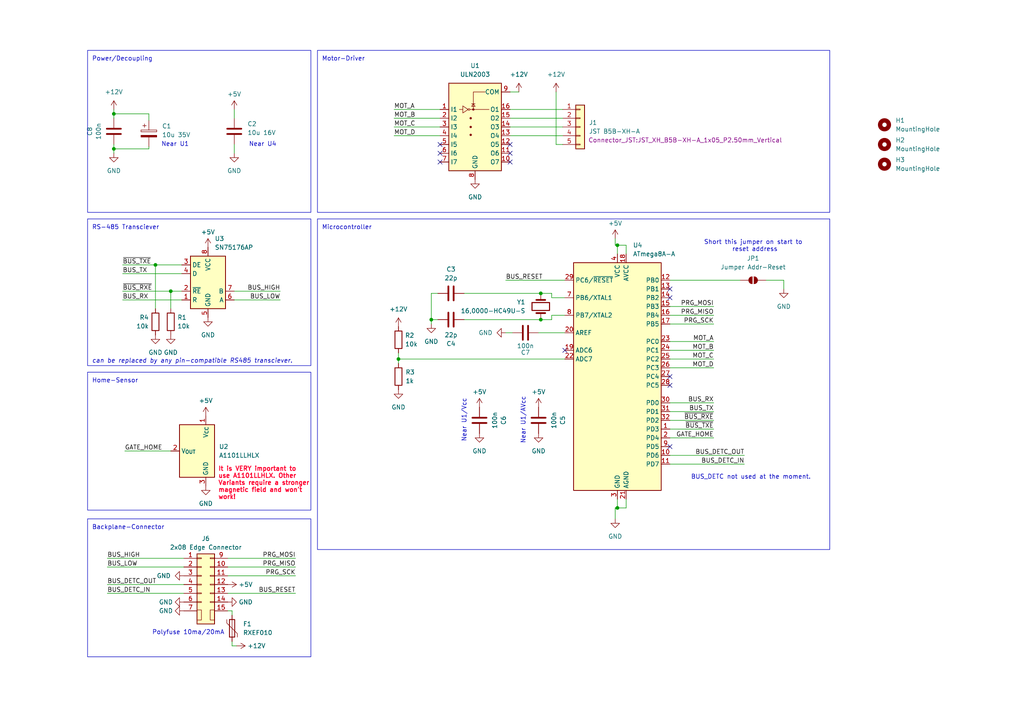
<source format=kicad_sch>
(kicad_sch (version 20250114) (generator "eeschema") (generator_version "9.0")
  (paper "A4")
  (title_block (title "Split-Flap Module Controller ") (date "2025-01-10") (rev "3") (company "Dennis Gunia www.dennisgunia.de") (comment 1 "Rev1 replaced U1 with dip variant"))
  (lib_symbols
    (symbol "Connector_Generic:Conn_01x05" (pin_names (offset 1.016) (hide yes))
      (property "Reference" "J" (at 0 7.62 0))
      (property "Value" "Conn_01x05" (at 0 -7.62 0))
      (symbol "Conn_01x05_1_1"
        (rectangle (start -1.27 6.35) (end 1.27 -6.35) (stroke (width 0.254)) (fill (type background)))
        (rectangle (start -1.27 5.207) (end 0 4.953) (stroke (width 0.1524)))
        (rectangle (start -1.27 2.667) (end 0 2.413) (stroke (width 0.1524)))
        (rectangle (start -1.27 0.127) (end 0 -0.127) (stroke (width 0.1524)))
        (rectangle (start -1.27 -2.413) (end 0 -2.667) (stroke (width 0.1524)))
        (rectangle (start -1.27 -4.953) (end 0 -5.207) (stroke (width 0.1524)))
        (pin passive line (at -5.08 5.08 0) (length 3.81) (name "Pin_1") (number "1"))
        (pin passive line (at -5.08 2.54 0) (length 3.81) (name "Pin_2") (number "2"))
        (pin passive line (at -5.08 0 0) (length 3.81) (name "Pin_3") (number "3"))
        (pin passive line (at -5.08 -2.54 0) (length 3.81) (name "Pin_4") (number "4"))
        (pin passive line (at -5.08 -5.08 0) (length 3.81) (name "Pin_5") (number "5"))
      )
    )
    (symbol "Connector_Generic:Conn_02x08_Top_Bottom" (pin_names (offset 1.016) (hide yes))
      (property "Reference" "J6" (at 1.27 13.335 0))
      (property "Value" "2x08 Edge Connector" (at 1.27 10.795 0))
      (symbol "Conn_02x08_Top_Bottom_1_1"
        (rectangle (start -1.27 8.89) (end 3.81 -11.43) (stroke (width 0.254)) (fill (type background)))
        (rectangle (start -1.27 7.747) (end 0 7.493) (stroke (width 0.1524)))
        (rectangle (start -1.27 5.207) (end 0 4.953) (stroke (width 0.1524)))
        (rectangle (start -1.27 2.667) (end 0 2.413) (stroke (width 0.1524)))
        (rectangle (start -1.27 0.127) (end 0 -0.127) (stroke (width 0.1524)))
        (rectangle (start -1.27 -2.413) (end 0 -2.667) (stroke (width 0.1524)))
        (rectangle (start -1.27 -4.953) (end 0 -5.207) (stroke (width 0.1524)))
        (rectangle (start -1.27 -7.366) (end 0 -10.287) (stroke (width 0.1524)))
        (rectangle (start 2.54 -7.366) (end 3.81 -10.287) (stroke (width 0.1524)))
        (rectangle (start 3.81 7.747) (end 2.54 7.493) (stroke (width 0.1524)))
        (rectangle (start 3.81 5.207) (end 2.54 4.953) (stroke (width 0.1524)))
        (rectangle (start 3.81 2.667) (end 2.54 2.413) (stroke (width 0.1524)))
        (rectangle (start 3.81 0.127) (end 2.54 -0.127) (stroke (width 0.1524)))
        (rectangle (start 3.81 -2.413) (end 2.54 -2.667) (stroke (width 0.1524)))
        (rectangle (start 3.81 -4.953) (end 2.54 -5.207) (stroke (width 0.1524)))
        (pin passive line (at -5.08 7.62 0) (length 3.81) (name "Pin_1") (number "1"))
        (pin passive line (at -5.08 5.08 0) (length 3.81) (name "Pin_2") (number "2"))
        (pin passive line (at -5.08 2.54 0) (length 3.81) (name "Pin_3") (number "3"))
        (pin passive line (at -5.08 0 0) (length 3.81) (name "Pin_4") (number "4"))
        (pin passive line (at -5.08 -2.54 0) (length 3.81) (name "Pin_5") (number "5"))
        (pin passive line (at -5.08 -5.08 0) (length 3.81) (name "Pin_6") (number "6"))
        (pin passive line (at -5.08 -7.62 0) (length 3.81) (name "Pin_7") (number "7"))
        (pin no_connect line (at -5.08 -10.16 0) (length 3.81) (hide yes) (name "Pin_8") (number "8"))
        (pin passive line (at 7.62 7.62 180) (length 3.81) (name "Pin_9") (number "9"))
        (pin passive line (at 7.62 5.08 180) (length 3.81) (name "Pin_10") (number "10"))
        (pin passive line (at 7.62 2.54 180) (length 3.81) (name "Pin_11") (number "11"))
        (pin passive line (at 7.62 0 180) (length 3.81) (name "Pin_12") (number "12"))
        (pin passive line (at 7.62 -2.54 180) (length 3.81) (name "Pin_13") (number "13"))
        (pin passive line (at 7.62 -5.08 180) (length 3.81) (name "Pin_14") (number "14"))
        (pin passive line (at 7.62 -7.62 180) (length 3.81) (name "Pin_15") (number "15"))
        (pin no_connect line (at 7.62 -10.16 180) (length 3.81) (hide yes) (name "Pin_16") (number "16"))
      )
    )
    (symbol "Device:C" (pin_numbers (hide yes)) (pin_names (offset 0.254))
      (property "Reference" "C" (at 0.635 2.54 0))
      (property "Value" "C" (at 0.635 -2.54 0))
      (symbol "C_0_1"
        (polyline (pts (xy -2.032 0.762) (xy 2.032 0.762)) (stroke (width 0.508)))
        (polyline (pts (xy -2.032 -0.762) (xy 2.032 -0.762)) (stroke (width 0.508)))
      )
      (symbol "C_1_1"
        (pin passive line (at 0 3.81 270) (length 2.794) (name "~") (number "1"))
        (pin passive line (at 0 -3.81 90) (length 2.794) (name "~") (number "2"))
      )
    )
    (symbol "Device:C_Polarized" (pin_numbers (hide yes)) (pin_names (offset 0.254))
      (property "Reference" "C" (at 0.635 2.54 0))
      (property "Value" "C_Polarized" (at 0.635 -2.54 0))
      (symbol "C_Polarized_0_1"
        (rectangle (start -2.286 0.508) (end 2.286 1.016))
        (polyline (pts (xy -1.778 2.286) (xy -0.762 2.286)))
        (polyline (pts (xy -1.27 2.794) (xy -1.27 1.778)))
        (rectangle (start 2.286 -0.508) (end -2.286 -1.016) (fill (type outline)))
      )
      (symbol "C_Polarized_1_1"
        (pin passive line (at 0 3.81 270) (length 2.794) (name "~") (number "1"))
        (pin passive line (at 0 -3.81 90) (length 2.794) (name "~") (number "2"))
      )
    )
    (symbol "Device:Crystal" (pin_numbers (hide yes)) (pin_names (offset 1.016) (hide yes))
      (property "Reference" "Y" (at 0 3.81 0))
      (property "Value" "Crystal" (at 0 -3.81 0))
      (symbol "Crystal_0_1"
        (polyline (pts (xy -2.54 0) (xy -1.905 0)))
        (polyline (pts (xy -1.905 -1.27) (xy -1.905 1.27)) (stroke (width 0.508)))
        (rectangle (start -1.143 2.54) (end 1.143 -2.54) (stroke (width 0.3048)))
        (polyline (pts (xy 1.905 -1.27) (xy 1.905 1.27)) (stroke (width 0.508)))
        (polyline (pts (xy 2.54 0) (xy 1.905 0)))
      )
      (symbol "Crystal_1_1"
        (pin passive line (at -3.81 0 0) (length 1.27) (name "1") (number "1"))
        (pin passive line (at 3.81 0 180) (length 1.27) (name "2") (number "2"))
      )
    )
    (symbol "Device:Polyfuse" (pin_numbers (hide yes)) (pin_names (offset 0))
      (property "Reference" "F" (at -2.54 0 90))
      (property "Value" "Polyfuse" (at 2.54 0 90))
      (symbol "Polyfuse_0_1"
        (polyline (pts (xy -1.524 2.54) (xy -1.524 1.524) (xy 1.524 -1.524) (xy 1.524 -2.54)))
        (rectangle (start -0.762 2.54) (end 0.762 -2.54) (stroke (width 0.254)))
        (polyline (pts (xy 0 2.54) (xy 0 -2.54)))
      )
      (symbol "Polyfuse_1_1"
        (pin passive line (at 0 3.81 270) (length 1.27) (name "~") (number "1"))
        (pin passive line (at 0 -3.81 90) (length 1.27) (name "~") (number "2"))
      )
    )
    (symbol "Device:R" (pin_numbers (hide yes)) (pin_names (offset 0))
      (property "Reference" "R" (at 2.032 0 90))
      (property "Value" "R" (at 0 0 90))
      (symbol "R_0_1"
        (rectangle (start -1.016 -2.54) (end 1.016 2.54) (stroke (width 0.254)))
      )
      (symbol "R_1_1"
        (pin passive line (at 0 3.81 270) (length 1.27) (name "~") (number "1"))
        (pin passive line (at 0 -3.81 90) (length 1.27) (name "~") (number "2"))
      )
    )
    (symbol "Interface_UART:SN75176AP"
      (property "Reference" "U" (at -4.318 8.89 0))
      (property "Value" "SN75176AP" (at 1.016 8.89 0))
      (symbol "SN75176AP_0_1"
        (rectangle (start -5.08 7.62) (end 5.08 -7.62) (stroke (width 0.254)) (fill (type background)))
      )
      (symbol "SN75176AP_1_1"
        (pin input line (at -7.62 5.08 0) (length 2.54) (name "DE") (number "3"))
        (pin input line (at -7.62 2.54 0) (length 2.54) (name "D") (number "4"))
        (pin input line (at -7.62 -2.54 0) (length 2.54) (name "~{RE}") (number "2"))
        (pin output line (at -7.62 -5.08 0) (length 2.54) (name "R") (number "1"))
        (pin power_in line (at 0 10.16 270) (length 2.54) (name "VCC") (number "8"))
        (pin power_in line (at 0 -10.16 90) (length 2.54) (name "GND") (number "5"))
        (pin bidirectional line (at 7.62 -2.54 180) (length 2.54) (name "B") (number "7"))
        (pin bidirectional line (at 7.62 -5.08 180) (length 2.54) (name "A") (number "6"))
      )
    )
    (symbol "Jumper:SolderJumper_2_Open" (pin_numbers (hide yes)) (pin_names (offset 0) (hide yes)) (in_bom no)
      (property "Reference" "JP" (at 0 2.032 0))
      (property "Value" "SolderJumper_2_Open" (at 0 -2.54 0))
      (symbol "SolderJumper_2_Open_0_1"
        (polyline (pts (xy -0.254 1.016) (xy -0.254 -1.016)))
        (arc (start -0.254 -1.016) (mid -1.2656 0) (end -0.254 1.016))
        (arc (start -0.254 -1.016) (mid -1.2656 0) (end -0.254 1.016) (fill (type outline)))
        (arc (start 0.254 1.016) (mid 1.2656 0) (end 0.254 -1.016))
        (arc (start 0.254 1.016) (mid 1.2656 0) (end 0.254 -1.016) (fill (type outline)))
        (polyline (pts (xy 0.254 1.016) (xy 0.254 -1.016)))
      )
      (symbol "SolderJumper_2_Open_1_1"
        (pin passive line (at -3.81 0 0) (length 2.54) (name "A") (number "1"))
        (pin passive line (at 3.81 0 180) (length 2.54) (name "B") (number "2"))
      )
    )
    (symbol "MCU_Microchip_ATmega:ATmega8A-A"
      (property "Reference" "U" (at -12.7 34.29 0))
      (property "Value" "ATmega8A-A" (at 5.08 -34.29 0))
      (symbol "ATmega8A-A_0_1"
        (rectangle (start -12.7 -33.02) (end 12.7 33.02) (stroke (width 0.254)) (fill (type background)))
      )
      (symbol "ATmega8A-A_1_1"
        (pin bidirectional line (at -15.24 27.94 0) (length 2.54) (name "PC6/~{RESET}") (number "29"))
        (pin bidirectional line (at -15.24 22.86 0) (length 2.54) (name "PB6/XTAL1") (number "7"))
        (pin bidirectional line (at -15.24 17.78 0) (length 2.54) (name "PB7/XTAL2") (number "8"))
        (pin passive line (at -15.24 12.7 0) (length 2.54) (name "AREF") (number "20"))
        (pin input line (at -15.24 7.62 0) (length 2.54) (name "ADC6") (number "19"))
        (pin input line (at -15.24 5.08 0) (length 2.54) (name "ADC7") (number "22"))
        (pin power_in line (at 0 35.56 270) (length 2.54) (name "VCC") (number "4"))
        (pin passive line (at 0 35.56 270) (length 2.54) (hide yes) (name "VCC") (number "6"))
        (pin power_in line (at 0 -35.56 90) (length 2.54) (name "GND") (number "3"))
        (pin passive line (at 0 -35.56 90) (length 2.54) (hide yes) (name "GND") (number "5"))
        (pin power_in line (at 2.54 35.56 270) (length 2.54) (name "AVCC") (number "18"))
        (pin power_in line (at 2.54 -35.56 90) (length 2.54) (name "AGND") (number "21"))
        (pin bidirectional line (at 15.24 27.94 180) (length 2.54) (name "PB0") (number "12"))
        (pin bidirectional line (at 15.24 25.4 180) (length 2.54) (name "PB1") (number "13"))
        (pin bidirectional line (at 15.24 22.86 180) (length 2.54) (name "PB2") (number "14"))
        (pin bidirectional line (at 15.24 20.32 180) (length 2.54) (name "PB3") (number "15"))
        (pin bidirectional line (at 15.24 17.78 180) (length 2.54) (name "PB4") (number "16"))
        (pin bidirectional line (at 15.24 15.24 180) (length 2.54) (name "PB5") (number "17"))
        (pin bidirectional line (at 15.24 10.16 180) (length 2.54) (name "PC0") (number "23"))
        (pin bidirectional line (at 15.24 7.62 180) (length 2.54) (name "PC1") (number "24"))
        (pin bidirectional line (at 15.24 5.08 180) (length 2.54) (name "PC2") (number "25"))
        (pin bidirectional line (at 15.24 2.54 180) (length 2.54) (name "PC3") (number "26"))
        (pin bidirectional line (at 15.24 0 180) (length 2.54) (name "PC4") (number "27"))
        (pin bidirectional line (at 15.24 -2.54 180) (length 2.54) (name "PC5") (number "28"))
        (pin bidirectional line (at 15.24 -7.62 180) (length 2.54) (name "PD0") (number "30"))
        (pin bidirectional line (at 15.24 -10.16 180) (length 2.54) (name "PD1") (number "31"))
        (pin bidirectional line (at 15.24 -12.7 180) (length 2.54) (name "PD2") (number "32"))
        (pin bidirectional line (at 15.24 -15.24 180) (length 2.54) (name "PD3") (number "1"))
        (pin bidirectional line (at 15.24 -17.78 180) (length 2.54) (name "PD4") (number "2"))
        (pin bidirectional line (at 15.24 -20.32 180) (length 2.54) (name "PD5") (number "9"))
        (pin bidirectional line (at 15.24 -22.86 180) (length 2.54) (name "PD6") (number "10"))
        (pin bidirectional line (at 15.24 -25.4 180) (length 2.54) (name "PD7") (number "11"))
      )
    )
    (symbol "Mechanical:MountingHole" (pin_names (offset 1.016))
      (property "Reference" "H" (at 0 5.08 0))
      (property "Value" "MountingHole" (at 0 3.175 0))
      (symbol "MountingHole_0_1"
        (circle (center 0 0) (radius 1.27) (stroke (width 1.27)))
      )
    )
    (symbol "Sensor_Magnetic:A1101xLH"
      (property "Reference" "U" (at 0 11.43 0))
      (property "Value" "A1101xLH" (at 0 8.89 0))
      (symbol "A1101xLH_0_1"
        (rectangle (start -5.08 7.62) (end 5.08 -7.62) (stroke (width 0.254)) (fill (type background)))
      )
      (symbol "A1101xLH_1_1"
        (pin power_in line (at -2.54 10.16 270) (length 2.54) (name "V_{CC}") (number "1"))
        (pin power_in line (at -2.54 -10.16 90) (length 2.54) (name "GND") (number "3"))
        (pin open_collector line (at 7.62 0 180) (length 2.54) (name "V_{OUT}") (number "2"))
      )
    )
    (symbol "Transistor_Array:ULN2003"
      (property "Reference" "U" (at 0 15.875 0))
      (property "Value" "ULN2003" (at 0 13.97 0))
      (symbol "ULN2003_0_1"
        (rectangle (start -7.62 -12.7) (end 7.62 12.7) (stroke (width 0.254)) (fill (type background)))
        (polyline (pts (xy -4.572 5.08) (xy -3.556 5.08)))
        (polyline (pts (xy -3.556 6.096) (xy -3.556 4.064) (xy -2.032 5.08) (xy -3.556 6.096)))
        (circle (center -1.778 5.08) (radius 0.254))
        (polyline (pts (xy -1.524 5.08) (xy 4.064 5.08)))
        (circle (center -1.27 2.54) (radius 0.254) (fill (type outline)))
        (circle (center -1.27 0) (radius 0.254) (fill (type outline)))
        (circle (center -1.27 -2.286) (radius 0.254) (fill (type outline)))
        (circle (center -0.508 5.08) (radius 0.254) (fill (type outline)))
        (polyline (pts (xy -0.508 5.08) (xy -0.508 10.16) (xy 2.921 10.16)))
        (polyline (pts (xy 0 6.731) (xy -1.016 6.731)))
        (polyline (pts (xy 0 5.969) (xy -1.016 5.969) (xy -0.508 6.731) (xy 0 5.969)))
      )
      (symbol "ULN2003_1_1"
        (pin input line (at -10.16 5.08 0) (length 2.54) (name "I1") (number "1"))
        (pin input line (at -10.16 2.54 0) (length 2.54) (name "I2") (number "2"))
        (pin input line (at -10.16 0 0) (length 2.54) (name "I3") (number "3"))
        (pin input line (at -10.16 -2.54 0) (length 2.54) (name "I4") (number "4"))
        (pin input line (at -10.16 -5.08 0) (length 2.54) (name "I5") (number "5"))
        (pin input line (at -10.16 -7.62 0) (length 2.54) (name "I6") (number "6"))
        (pin input line (at -10.16 -10.16 0) (length 2.54) (name "I7") (number "7"))
        (pin power_in line (at 0 -15.24 90) (length 2.54) (name "GND") (number "8"))
        (pin passive line (at 10.16 10.16 180) (length 2.54) (name "COM") (number "9"))
        (pin open_collector line (at 10.16 5.08 180) (length 2.54) (name "O1") (number "16"))
        (pin open_collector line (at 10.16 2.54 180) (length 2.54) (name "O2") (number "15"))
        (pin open_collector line (at 10.16 0 180) (length 2.54) (name "O3") (number "14"))
        (pin open_collector line (at 10.16 -2.54 180) (length 2.54) (name "O4") (number "13"))
        (pin open_collector line (at 10.16 -5.08 180) (length 2.54) (name "O5") (number "12"))
        (pin open_collector line (at 10.16 -7.62 180) (length 2.54) (name "O6") (number "11"))
        (pin open_collector line (at 10.16 -10.16 180) (length 2.54) (name "O7") (number "10"))
      )
    )
    (symbol "power:+12V" (power) (pin_names (offset 0))
      (property "Value" "+12V" (at 0 3.556 0))
      (symbol "+12V_0_1"
        (polyline (pts (xy -0.762 1.27) (xy 0 2.54)))
        (polyline (pts (xy 0 2.54) (xy 0.762 1.27)))
        (polyline (pts (xy 0 0) (xy 0 2.54)))
      )
      (symbol "+12V_1_1"
        (pin power_in line (at 0 0 90) (length 0) (hide yes) (name "+12V") (number "1"))
      )
    )
    (symbol "power:+5V" (power) (pin_names (offset 0))
      (property "Value" "+5V" (at 0 3.556 0))
      (symbol "+5V_0_1"
        (polyline (pts (xy -0.762 1.27) (xy 0 2.54)))
        (polyline (pts (xy 0 2.54) (xy 0.762 1.27)))
        (polyline (pts (xy 0 0) (xy 0 2.54)))
      )
      (symbol "+5V_1_1"
        (pin power_in line (at 0 0 90) (length 0) (hide yes) (name "+5V") (number "1"))
      )
    )
    (symbol "power:GND" (power) (pin_names (offset 0))
      (property "Value" "GND" (at 0 -3.81 0))
      (symbol "GND_0_1"
        (polyline (pts (xy 0 0) (xy 0 -1.27) (xy 1.27 -1.27) (xy 0 -2.54) (xy -1.27 -1.27) (xy 0 -1.27)))
      )
      (symbol "GND_1_1"
        (pin power_in line (at 0 0 270) (length 0) (hide yes) (name "GND") (number "1"))
      )
    )
  )
  (rectangle (start 92.075 14.605) (end 240.665 61.595))
  (rectangle (start 25.4 107.95) (end 90.17 147.955))
  (rectangle (start 25.4 63.5) (end 90.17 106.045))
  (rectangle (start 92.075 63.5) (end 240.665 159.385))
  (rectangle (start 25.4 150.495) (end 90.17 190.5))
  (rectangle (start 25.4 14.605) (end 90.17 61.595))
  (text "Motor-Driver\n" (at 93.345 17.145 0) (effects (font (size 1.27 1.27)) (justify left)))
  (text "RS-485 Transciever" (at 26.67 66.04 0) (effects (font (size 1.27 1.27)) (justify left)))
  (text "Power/Decoupling\n" (at 26.67 17.145 0) (effects (font (size 1.27 1.27)) (justify left)))
  (text "Polyfuse 10ma/20mA" (at 54.61 183.515 0) (effects (font (size 1.27 1.27))))
  (text "Home-Sensor" (at 26.67 110.49 0) (effects (font (size 1.27 1.27)) (justify left)))
  (text "Short this jumper on start to \nreset address" (at 218.948 71.374 0) (effects (font (size 1.27 1.27))))
  (text "Backplane-Connector" (at 26.67 153.035 0) (effects (font (size 1.27 1.27)) (justify left)))
  (text "BUS_DETC not used at the moment." (at 217.805 138.43 0) (effects (font (size 1.27 1.27))))
  (text "Near U1\n" (at 50.8 41.91 0) (effects (font (size 1.27 1.27))))
  (text "can be replaced by any pin-compatible RS485 transciever." (at 26.67 104.775 0) (effects (font (size 1.27 1.27) (italic yes)) (justify left)))
  (text "Near U1/AVcc" (at 151.765 121.92 90) (effects (font (size 1.27 1.27))))
  (text "Near U1/Vcc" (at 134.62 121.92 90) (effects (font (size 1.27 1.27))))
  (text "It is VERY important to \nuse A1101LLHLX. Other\nVariants require a stronger\nmagnetic field and won't\nwork!" (at 63.246 140.208 0) (effects (font (size 1.27 1.27) (thickness 0.254) (bold yes)) (justify left)))
  (text "Microcontroller" (at 93.345 66.04 0) (effects (font (size 1.27 1.27)) (justify left)))
  (text "Near U4\n" (at 76.2 41.91 0) (effects (font (size 1.27 1.27))))
  (junction (at 45.085 76.835))
  (junction (at 125.095 92.71))
  (junction (at 156.845 92.71))
  (junction (at 33.02 43.18))
  (junction (at 156.845 85.09))
  (junction (at 179.07 147.32))
  (junction (at 49.53 84.455))
  (junction (at 179.07 71.12))
  (junction (at 115.57 104.14))
  (junction (at 33.02 33.02))
  (no_connect (at 163.83 101.6))
  (no_connect (at 147.955 41.91))
  (no_connect (at 194.31 86.36))
  (no_connect (at 147.955 44.45))
  (no_connect (at 194.31 129.54))
  (no_connect (at 194.31 111.76))
  (no_connect (at 194.31 109.22))
  (no_connect (at 127.635 46.99))
  (no_connect (at 127.635 44.45))
  (no_connect (at 127.635 41.91))
  (no_connect (at 147.955 46.99))
  (no_connect (at 194.31 83.82))
  (wire (pts (xy 179.07 147.32) (xy 179.07 144.78)))
  (wire (pts (xy 35.56 84.455) (xy 49.53 84.455)))
  (wire (pts (xy 194.31 106.68) (xy 207.01 106.68)))
  (wire (pts (xy 194.31 91.44) (xy 207.01 91.44)))
  (wire (pts (xy 194.31 88.9) (xy 207.01 88.9)))
  (wire (pts (xy 53.34 172.085) (xy 31.115 172.085)))
  (wire (pts (xy 194.31 134.62) (xy 215.9 134.62)))
  (wire (pts (xy 160.02 86.36) (xy 163.83 86.36)))
  (wire (pts (xy 45.085 89.535) (xy 45.085 76.835)))
  (wire (pts (xy 134.62 85.09) (xy 156.845 85.09)))
  (wire (pts (xy 227.33 81.28) (xy 227.33 83.82)))
  (wire (pts (xy 179.07 147.32) (xy 178.435 147.32)))
  (wire (pts (xy 179.07 147.32) (xy 181.61 147.32)))
  (wire (pts (xy 33.02 41.91) (xy 33.02 43.18)))
  (wire (pts (xy 146.685 81.28) (xy 163.83 81.28)))
  (wire (pts (xy 160.02 92.71) (xy 160.02 91.44)))
  (wire (pts (xy 67.31 187.325) (xy 68.58 187.325)))
  (wire (pts (xy 33.02 34.29) (xy 33.02 33.02)))
  (wire (pts (xy 194.31 93.98) (xy 207.01 93.98)))
  (wire (pts (xy 127.635 36.83) (xy 114.3 36.83)))
  (wire (pts (xy 67.31 177.165) (xy 67.31 178.435)))
  (wire (pts (xy 49.53 84.455) (xy 49.53 89.535)))
  (wire (pts (xy 160.02 91.44) (xy 163.83 91.44)))
  (wire (pts (xy 67.945 84.455) (xy 81.28 84.455)))
  (wire (pts (xy 52.705 86.995) (xy 35.56 86.995)))
  (wire (pts (xy 66.04 177.165) (xy 67.31 177.165)))
  (wire (pts (xy 43.18 42.545) (xy 43.18 43.18)))
  (wire (pts (xy 127.635 34.29) (xy 114.3 34.29)))
  (wire (pts (xy 66.04 172.085) (xy 85.725 172.085)))
  (wire (pts (xy 161.29 41.91) (xy 163.195 41.91)))
  (wire (pts (xy 115.57 105.41) (xy 115.57 104.14)))
  (wire (pts (xy 181.61 71.12) (xy 179.07 71.12)))
  (wire (pts (xy 31.115 164.465) (xy 53.34 164.465)))
  (wire (pts (xy 222.25 81.28) (xy 227.33 81.28)))
  (wire (pts (xy 67.945 31.75) (xy 67.945 34.29)))
  (wire (pts (xy 66.04 164.465) (xy 85.725 164.465)))
  (wire (pts (xy 179.07 71.12) (xy 179.07 73.66)))
  (wire (pts (xy 148.59 96.52) (xy 146.685 96.52)))
  (wire (pts (xy 147.955 39.37) (xy 163.195 39.37)))
  (wire (pts (xy 67.31 186.055) (xy 67.31 187.325)))
  (wire (pts (xy 181.61 73.66) (xy 181.61 71.12)))
  (wire (pts (xy 147.955 26.67) (xy 150.495 26.67)))
  (wire (pts (xy 115.57 104.14) (xy 115.57 102.362)))
  (wire (pts (xy 156.845 85.09) (xy 160.02 85.09)))
  (wire (pts (xy 43.18 33.02) (xy 33.02 33.02)))
  (wire (pts (xy 134.62 92.71) (xy 156.845 92.71)))
  (wire (pts (xy 127 85.09) (xy 125.095 85.09)))
  (wire (pts (xy 35.56 76.835) (xy 45.085 76.835)))
  (wire (pts (xy 178.435 150.495) (xy 178.435 147.32)))
  (wire (pts (xy 194.31 101.6) (xy 207.01 101.6)))
  (wire (pts (xy 125.095 85.09) (xy 125.095 92.71)))
  (wire (pts (xy 194.31 116.84) (xy 207.01 116.84)))
  (wire (pts (xy 127.635 39.37) (xy 114.3 39.37)))
  (wire (pts (xy 33.02 43.18) (xy 33.02 44.45)))
  (wire (pts (xy 53.34 169.545) (xy 31.115 169.545)))
  (wire (pts (xy 33.02 43.18) (xy 43.18 43.18)))
  (wire (pts (xy 147.955 34.29) (xy 163.195 34.29)))
  (wire (pts (xy 194.31 104.14) (xy 207.01 104.14)))
  (wire (pts (xy 66.04 161.925) (xy 85.725 161.925)))
  (wire (pts (xy 43.18 34.925) (xy 43.18 33.02)))
  (wire (pts (xy 194.31 119.38) (xy 207.01 119.38)))
  (wire (pts (xy 156.21 96.52) (xy 163.83 96.52)))
  (wire (pts (xy 181.61 144.78) (xy 181.61 147.32)))
  (wire (pts (xy 66.04 167.005) (xy 85.725 167.005)))
  (wire (pts (xy 115.57 104.14) (xy 163.83 104.14)))
  (wire (pts (xy 52.705 79.375) (xy 35.56 79.375)))
  (wire (pts (xy 67.945 86.995) (xy 81.28 86.995)))
  (wire (pts (xy 127.635 31.75) (xy 114.3 31.75)))
  (wire (pts (xy 67.945 41.91) (xy 67.945 44.45)))
  (wire (pts (xy 194.31 124.46) (xy 207.01 124.46)))
  (wire (pts (xy 125.095 92.71) (xy 125.095 93.98)))
  (wire (pts (xy 194.31 99.06) (xy 207.01 99.06)))
  (wire (pts (xy 161.29 26.67) (xy 161.29 41.91)))
  (wire (pts (xy 194.31 81.28) (xy 214.63 81.28)))
  (wire (pts (xy 160.02 85.09) (xy 160.02 86.36)))
  (wire (pts (xy 52.705 84.455) (xy 49.53 84.455)))
  (wire (pts (xy 33.02 31.75) (xy 33.02 33.02)))
  (wire (pts (xy 156.845 92.71) (xy 160.02 92.71)))
  (wire (pts (xy 178.435 69.215) (xy 178.435 71.12)))
  (wire (pts (xy 194.31 132.08) (xy 215.9 132.08)))
  (wire (pts (xy 45.085 76.835) (xy 52.705 76.835)))
  (wire (pts (xy 53.34 161.925) (xy 31.115 161.925)))
  (wire (pts (xy 194.31 121.92) (xy 207.01 121.92)))
  (wire (pts (xy 147.955 31.75) (xy 163.195 31.75)))
  (wire (pts (xy 179.07 71.12) (xy 178.435 71.12)))
  (wire (pts (xy 147.955 36.83) (xy 163.195 36.83)))
  (wire (pts (xy 127 92.71) (xy 125.095 92.71)))
  (wire (pts (xy 49.53 130.81) (xy 36.195 130.81)))
  (wire (pts (xy 194.31 127) (xy 207.01 127)))
  (label "BUS_TX" (at 35.56 79.375 0))
  (label "MOT_A" (at 114.3 31.75 0))
  (label "MOT_C" (at 207.01 104.14 180))
  (label "BUS_RESET" (at 85.725 172.085 180))
  (label "BUS_RX" (at 207.01 116.84 180))
  (label "GATE_HOME" (at 207.01 127 180))
  (label "MOT_C" (at 114.3 36.83 0))
  (label "MOT_D" (at 114.3 39.37 0))
  (label "MOT_A" (at 207.01 99.06 180))
  (label "BUS_RX" (at 35.56 86.995 0))
  (label "BUS_DETC_OUT" (at 31.115 169.545 0))
  (label "PRG_SCK" (at 207.01 93.98 180))
  (label "BUS_HIGH" (at 81.28 84.455 180))
  (label "MOT_D" (at 207.01 106.68 180))
  (label "PRG_MISO" (at 207.01 91.44 180))
  (label "BUS_HIGH" (at 31.115 161.925 0))
  (label "BUS_DETC_IN" (at 215.9 134.62 180))
  (label "MOT_B" (at 114.3 34.29 0))
  (label "GATE_HOME" (at 36.195 130.81 0))
  (label "PRG_MISO" (at 85.725 164.465 180))
  (label "BUS_RESET" (at 146.685 81.28 0))
  (label "MOT_B" (at 207.01 101.6 180))
  (label "~{BUS_TXE}" (at 207.01 124.46 180))
  (label "PRG_MOSI" (at 85.725 161.925 180))
  (label "~{BUS_TXE}" (at 35.56 76.835 0))
  (label "~{BUS_RXE}" (at 207.01 121.92 180))
  (label "BUS_LOW" (at 81.28 86.995 180))
  (label "~{BUS_RXE}" (at 35.56 84.455 0))
  (label "BUS_LOW" (at 31.115 164.465 0))
  (label "BUS_DETC_OUT" (at 215.9 132.08 180))
  (label "PRG_MOSI" (at 207.01 88.9 180))
  (label "BUS_DETC_IN" (at 31.115 172.085 0))
  (label "BUS_TX" (at 207.01 119.38 180))
  (label "PRG_SCK" (at 85.725 167.005 180))
  (symbol (lib_id "power:+5V") (at 67.945 31.75 0) (unit 1)
    (property "Reference" "#PWR08" (effects (hide yes)))
    (property "Value" "+5V" (at 67.945 27.305 0))
  )
  (symbol (lib_id "power:+12V") (at 115.57 94.742 0) (mirror y) (unit 1)
    (property "Reference" "#PWR028" (effects (hide yes)))
    (property "Value" "+12V" (at 115.57 89.662 0))
  )
  (symbol (lib_id "Device:Polyfuse") (at 67.31 182.245 0) (unit 1)
    (property "Reference" "F1" (at 70.485 180.975 0) (effects (justify left)))
    (property "Value" "RXEF010" (at 70.485 183.515 0) (effects (justify left)))
    (property "Footprint" "Fuse:Fuse_0805_2012Metric" (effects (hide yes)))
  )
  (symbol (lib_id "Device:C") (at 156.21 121.92 0) (mirror x) (unit 1)
    (property "Reference" "C5" (at 163.195 121.92 90))
    (property "Value" "100n" (at 160.655 121.92 90))
    (property "Footprint" "Capacitor_SMD:C_0805_2012Metric" (effects (hide yes)))
  )
  (symbol (lib_id "Device:C_Polarized") (at 43.18 38.735 0) (unit 1)
    (property "Reference" "C1" (at 46.99 36.576 0) (effects (justify left)))
    (property "Value" "10u 35V" (at 46.99 39.116 0) (effects (justify left)))
    (property "Footprint" "Capacitor_THT:CP_Radial_D6.3mm_P2.50mm" (effects (hide yes)))
  )
  (symbol (lib_id "Connector_Generic:Conn_01x05") (at 168.275 36.83 0) (unit 1)
    (property "Reference" "J1" (at 170.815 35.56 0) (effects (justify left)))
    (property "Value" "JST B5B-XH-A" (at 170.815 38.1 0) (effects (justify left)))
    (property "Footprint" "Connector_JST:JST_XH_B5B-XH-A_1x05_P2.50mm_Vertical" (at 198.755 40.64 0))
  )
  (symbol (lib_id "power:+5V") (at 66.04 169.545 270) (unit 1)
    (property "Reference" "#PWR019" (effects (hide yes)))
    (property "Value" "+5V" (at 69.215 169.545 90) (effects (justify left)))
  )
  (symbol (lib_id "Device:R") (at 115.57 98.552 0) (unit 1)
    (property "Reference" "R2" (at 117.475 97.282 0) (effects (justify left)))
    (property "Value" "10k" (at 117.475 99.822 0) (effects (justify left)))
    (property "Footprint" "Resistor_SMD:R_0805_2012Metric" (effects (hide yes)))
  )
  (symbol (lib_id "power:GND") (at 139.065 125.73 0) (mirror y) (unit 1)
    (property "Reference" "#PWR027" (effects (hide yes)))
    (property "Value" "GND" (at 139.065 130.81 0))
  )
  (symbol (lib_id "power:+12V") (at 150.495 26.67 0) (unit 1)
    (property "Reference" "#PWR02" (effects (hide yes)))
    (property "Value" "+12V" (at 150.495 21.59 0))
  )
  (symbol (lib_id "power:GND") (at 66.04 174.625 90) (unit 1)
    (property "Reference" "#PWR022" (effects (hide yes)))
    (property "Value" "GND" (at 69.215 174.625 90) (effects (justify right)))
  )
  (symbol (lib_id "power:GND") (at 60.325 92.075 0) (mirror y) (unit 1)
    (property "Reference" "#PWR010" (effects (hide yes)))
    (property "Value" "GND" (at 60.325 97.155 0))
  )
  (symbol (lib_id "power:+12V") (at 161.29 26.67 0) (unit 1)
    (property "Reference" "#PWR01" (effects (hide yes)))
    (property "Value" "+12V" (at 161.29 21.59 0))
  )
  (symbol (lib_id "power:+5V") (at 60.325 71.755 0) (unit 1)
    (property "Reference" "#PWR09" (effects (hide yes)))
    (property "Value" "+5V" (at 60.325 67.31 0))
  )
  (symbol (lib_id "power:GND") (at 53.34 167.005 270) (unit 1)
    (property "Reference" "#PWR023" (effects (hide yes)))
    (property "Value" "GND" (at 49.53 167.005 90) (effects (justify right)))
  )
  (symbol (lib_id "power:GND") (at 33.02 44.45 0) (mirror y) (unit 1)
    (property "Reference" "#PWR05" (effects (hide yes)))
    (property "Value" "GND" (at 33.02 49.53 0))
  )
  (symbol (lib_id "power:GND") (at 146.685 96.52 270) (mirror x) (unit 1)
    (property "Reference" "#PWR014" (effects (hide yes)))
    (property "Value" "GND" (at 142.875 96.5199 90) (effects (justify right)))
  )
  (symbol (lib_id "Jumper:SolderJumper_2_Open") (at 218.44 81.28 0) (unit 1) (in_bom no)
    (property "Reference" "JP1" (at 218.44 74.93 0))
    (property "Value" "Jumper Addr-Reset" (at 218.44 77.47 0))
    (property "Footprint" "Jumper:SolderJumper-2_P1.3mm_Open_Pad1.0x1.5mm" (effects (hide yes)))
    (property "Description" "Solder Jumper, 2-pole, open" (effects (hide yes)))
  )
  (symbol (lib_id "Device:R") (at 115.57 109.22 0) (unit 1)
    (property "Reference" "R3" (at 117.602 107.9499 0) (effects (justify left)))
    (property "Value" "1k" (at 117.602 110.4899 0) (effects (justify left)))
    (property "Footprint" "Resistor_SMD:R_0805_2012Metric" (effects (hide yes)))
  )
  (symbol (lib_id "Connector_Generic:Conn_02x08_Top_Bottom") (at 58.42 169.545 0) (unit 1)
    (property "Reference" "J6" (at 59.69 156.21 0))
    (property "Value" "2x08 Edge Connector" (at 59.69 158.75 0))
    (property "Footprint" "Dennis:Card Edge 16 power" (effects (hide yes)))
  )
  (symbol (lib_id "Device:C") (at 67.945 38.1 0) (unit 1)
    (property "Reference" "C2" (at 71.755 35.941 0) (effects (justify left)))
    (property "Value" "10u 16V" (at 71.755 38.481 0) (effects (justify left)))
    (property "Footprint" "Capacitor_SMD:C_1206_3216Metric" (effects (hide yes)))
    (property "Description" "Unpolarized capacitor" (effects (hide yes)))
  )
  (symbol (lib_id "Device:R") (at 45.085 93.345 0) (mirror y) (unit 1)
    (property "Reference" "R4" (at 43.18 92.075 0) (effects (justify left)))
    (property "Value" "10k" (at 43.18 94.615 0) (effects (justify left)))
    (property "Footprint" "Resistor_SMD:R_0805_2012Metric" (effects (hide yes)))
  )
  (symbol (lib_id "Mechanical:MountingHole") (at 256.54 47.625 0) (unit 1)
    (property "Reference" "H3" (at 259.715 46.355 0) (effects (justify left)))
    (property "Value" "MountingHole" (at 259.715 48.895 0) (effects (justify left)))
    (property "Footprint" "MountingHole:MountingHole_3.2mm_M3_DIN965_Pad" (effects (hide yes)))
  )
  (symbol (lib_id "MCU_Microchip_ATmega:ATmega8A-A") (at 179.07 109.22 0) (unit 1)
    (property "Reference" "U4" (at 183.5659 71.12 0) (effects (justify left)))
    (property "Value" "ATmega8A-A" (at 183.5659 73.66 0) (effects (justify left)))
    (property "Footprint" "Package_QFP:TQFP-32_7x7mm_P0.8mm" (effects (hide yes)))
    (property "Datasheet" "http://ww1.microchip.com/downloads/en/DeviceDoc/Microchip%208bit%20mcu%20AVR%20ATmega8A%20data%20sheet%2040001974A.pdf" (effects (hide yes)))
  )
  (symbol (lib_id "Sensor_Magnetic:A1101xLH") (at 57.15 130.81 0) (mirror y) (unit 1)
    (property "Reference" "U2" (at 63.5 129.5399 0) (effects (justify right)))
    (property "Value" "A1101LLHLX" (at 63.5 132.0799 0) (effects (justify right)))
    (property "Footprint" "Package_TO_SOT_SMD:SOT-23W" (effects (hide yes)))
    (property "Datasheet" "https://www.allegromicro.com/-/media/files/datasheets/a110x-datasheet.ashx" (effects (hide yes)))
    (property "Description" "Hall effect switch, unipolar (south-polarity), Bop=100G, Brp=45G, 3.8-24V supply, SOT-23W" (effects (hide yes)))
  )
  (symbol (lib_id "Device:C") (at 130.81 85.09 90) (unit 1)
    (property "Reference" "C3" (at 130.81 78.105 90))
    (property "Value" "22p" (at 130.81 80.645 90))
    (property "Footprint" "Capacitor_SMD:C_0805_2012Metric" (effects (hide yes)))
  )
  (symbol (lib_id "power:+12V") (at 33.02 31.75 0) (mirror y) (unit 1)
    (property "Reference" "#PWR04" (effects (hide yes)))
    (property "Value" "+12V" (at 33.02 26.67 0))
  )
  (symbol (lib_id "Device:C") (at 130.81 92.71 90) (mirror x) (unit 1)
    (property "Reference" "C4" (at 130.81 99.695 90))
    (property "Value" "22p" (at 130.81 97.155 90))
    (property "Footprint" "Capacitor_SMD:C_0805_2012Metric" (effects (hide yes)))
  )
  (symbol (lib_id "power:GND") (at 59.69 140.97 0) (unit 1)
    (property "Reference" "#PWR012" (effects (hide yes)))
    (property "Value" "GND" (at 59.69 146.05 0))
  )
  (symbol (lib_id "power:GND") (at 45.085 97.155 0) (mirror y) (unit 1)
    (property "Reference" "#PWR030" (effects (hide yes)))
    (property "Value" "GND" (at 45.085 102.235 0))
  )
  (symbol (lib_id "Device:Crystal") (at 156.845 88.9 270) (unit 1)
    (property "Reference" "Y1" (at 152.4 87.63 90) (effects (justify right)))
    (property "Value" "16,0000-HC49U-S" (at 152.4 90.17 90) (effects (justify right)))
    (property "Footprint" "Crystal:Crystal_HC49-U_Vertical" (effects (hide yes)))
  )
  (symbol (lib_id "power:+12V") (at 68.58 187.325 270) (unit 1)
    (property "Reference" "#PWR020" (effects (hide yes)))
    (property "Value" "+12V" (at 71.755 187.325 90) (effects (justify left)))
  )
  (symbol (lib_id "power:+5V") (at 59.69 120.65 0) (unit 1)
    (property "Reference" "#PWR011" (effects (hide yes)))
    (property "Value" "+5V" (at 59.69 116.205 0))
  )
  (symbol (lib_id "power:GND") (at 115.57 113.03 0) (mirror y) (unit 1)
    (property "Reference" "#PWR029" (effects (hide yes)))
    (property "Value" "GND" (at 115.57 118.11 0))
  )
  (symbol (lib_id "power:GND") (at 178.435 150.495 0) (mirror y) (unit 1)
    (property "Reference" "#PWR06" (effects (hide yes)))
    (property "Value" "GND" (at 178.435 155.575 0))
  )
  (symbol (lib_id "Device:C") (at 152.4 96.52 90) (mirror x) (unit 1)
    (property "Reference" "C7" (at 152.4 102.235 90))
    (property "Value" "100n" (at 152.4 100.33 90))
    (property "Footprint" "Capacitor_SMD:C_0805_2012Metric" (effects (hide yes)))
  )
  (symbol (lib_id "Device:C") (at 33.02 38.1 0) (mirror y) (unit 1)
    (property "Reference" "C8" (at 26.035 38.1 90))
    (property "Value" "100n" (at 28.575 38.1 90))
    (property "Footprint" "Capacitor_SMD:C_0805_2012Metric" (effects (hide yes)))
  )
  (symbol (lib_id "power:GND") (at 49.53 97.155 0) (mirror y) (unit 1)
    (property "Reference" "#PWR025" (effects (hide yes)))
    (property "Value" "GND" (at 49.53 102.235 0))
  )
  (symbol (lib_id "Transistor_Array:ULN2003") (at 137.795 36.83 0) (unit 1)
    (property "Reference" "U1" (at 137.795 19.05 0))
    (property "Value" "ULN2003" (at 137.795 21.59 0))
    (property "Footprint" "Package_DIP:DIP-16_W7.62mm" (effects (hide yes)))
    (property "Datasheet" "http://www.ti.com/lit/ds/symlink/uln2003a.pdf" (effects (hide yes)))
  )
  (symbol (lib_id "power:GND") (at 227.33 83.82 0) (mirror y) (unit 1)
    (property "Reference" "#PWR032" (effects (hide yes)))
    (property "Value" "GND" (at 227.33 88.9 0))
  )
  (symbol (lib_id "Interface_UART:SN75176AP") (at 60.325 81.915 0) (unit 1)
    (property "Reference" "U3" (at 62.2809 69.215 0) (effects (justify left)))
    (property "Value" "SN75176AP" (at 62.2809 71.755 0) (effects (justify left)))
    (property "Footprint" "Package_DIP:DIP-8_W7.62mm" (effects (hide yes)))
    (property "Datasheet" "http://www.ti.com/lit/ds/symlink/sn75176a.pdf" (effects (hide yes)))
  )
  (symbol (lib_id "Device:R") (at 49.53 93.345 0) (unit 1)
    (property "Reference" "R1" (at 51.435 92.075 0) (effects (justify left)))
    (property "Value" "10k" (at 51.435 94.615 0) (effects (justify left)))
    (property "Footprint" "Resistor_SMD:R_0805_2012Metric" (effects (hide yes)))
  )
  (symbol (lib_id "power:GND") (at 67.945 44.45 0) (mirror y) (unit 1)
    (property "Reference" "#PWR031" (effects (hide yes)))
    (property "Value" "GND" (at 67.945 49.53 0))
  )
  (symbol (lib_id "Mechanical:MountingHole") (at 256.54 36.195 0) (unit 1)
    (property "Reference" "H1" (at 259.715 34.925 0) (effects (justify left)))
    (property "Value" "MountingHole" (at 259.715 37.465 0) (effects (justify left)))
    (property "Footprint" "MountingHole:MountingHole_3.2mm_M3_DIN965_Pad" (effects (hide yes)))
  )
  (symbol (lib_id "Device:C") (at 139.065 121.92 0) (mirror x) (unit 1)
    (property "Reference" "C6" (at 146.05 121.92 90))
    (property "Value" "100n" (at 143.51 121.92 90))
    (property "Footprint" "Capacitor_SMD:C_0805_2012Metric" (effects (hide yes)))
  )
  (symbol (lib_id "power:+5V") (at 178.435 69.215 0) (unit 1)
    (property "Reference" "#PWR024" (effects (hide yes)))
    (property "Value" "+5V" (at 178.435 64.77 0))
  )
  (symbol (lib_id "power:GND") (at 53.34 177.165 270) (unit 1)
    (property "Reference" "#PWR018" (effects (hide yes)))
    (property "Value" "GND" (at 50.165 177.165 90) (effects (justify right)))
  )
  (symbol (lib_id "power:GND") (at 156.21 125.73 0) (mirror y) (unit 1)
    (property "Reference" "#PWR017" (effects (hide yes)))
    (property "Value" "GND" (at 156.21 130.81 0))
  )
  (symbol (lib_id "power:GND") (at 137.795 52.07 0) (unit 1)
    (property "Reference" "#PWR03" (effects (hide yes)))
    (property "Value" "GND" (at 137.795 57.15 0))
  )
  (symbol (lib_id "Mechanical:MountingHole") (at 256.54 41.91 0) (unit 1)
    (property "Reference" "H2" (at 259.715 40.64 0) (effects (justify left)))
    (property "Value" "MountingHole" (at 259.715 43.18 0) (effects (justify left)))
    (property "Footprint" "MountingHole:MountingHole_3.2mm_M3_DIN965_Pad" (effects (hide yes)))
  )
  (symbol (lib_id "power:GND") (at 125.095 93.98 0) (mirror y) (unit 1)
    (property "Reference" "#PWR015" (effects (hide yes)))
    (property "Value" "GND" (at 125.095 99.06 0))
  )
  (symbol (lib_id "power:+5V") (at 156.21 118.11 0) (unit 1)
    (property "Reference" "#PWR016" (effects (hide yes)))
    (property "Value" "+5V" (at 156.21 113.665 0))
  )
  (symbol (lib_id "power:GND") (at 53.34 174.625 270) (unit 1)
    (property "Reference" "#PWR021" (effects (hide yes)))
    (property "Value" "GND" (at 50.165 174.625 90) (effects (justify right)))
  )
  (symbol (lib_id "power:+5V") (at 139.065 118.11 0) (unit 1)
    (property "Reference" "#PWR026" (effects (hide yes)))
    (property "Value" "+5V" (at 139.065 113.665 0))
  )
)
</source>
